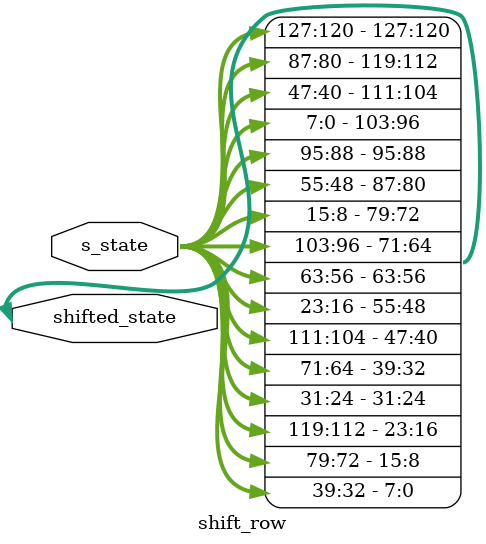
<source format=v>
`timescale 1ns / 1ps
module shift_row(s_state,shifted_state);
input [127:0] s_state;
inout [127:0] shifted_state;

assign shifted_state[7:0]   = s_state[39:32];//0 
assign shifted_state[15:8] = s_state[79:72];//1
assign shifted_state[23:16] = s_state[119:112];//2
assign shifted_state[31:24] = s_state[31:24];//3

assign shifted_state[39:32] = s_state[71:64];//4
assign shifted_state[47:40] = s_state[111:104];//5
assign shifted_state[55:48] = s_state[23:16];//6
assign shifted_state[63:56] = s_state[63:56];//7

assign shifted_state[71:64] = s_state[103:96];//8
assign shifted_state[79:72] = s_state[15:8];//9
assign shifted_state[87:80] = s_state[55:48];//10
assign shifted_state[95:88] = s_state[95:88];//11

assign shifted_state[103:96] = s_state[7:0];//12
assign shifted_state[111:104] = s_state[47:40];//13s
assign shifted_state[119:112] = s_state[87:80];//14
assign shifted_state[127:120] = s_state[127:120];//15
endmodule

</source>
